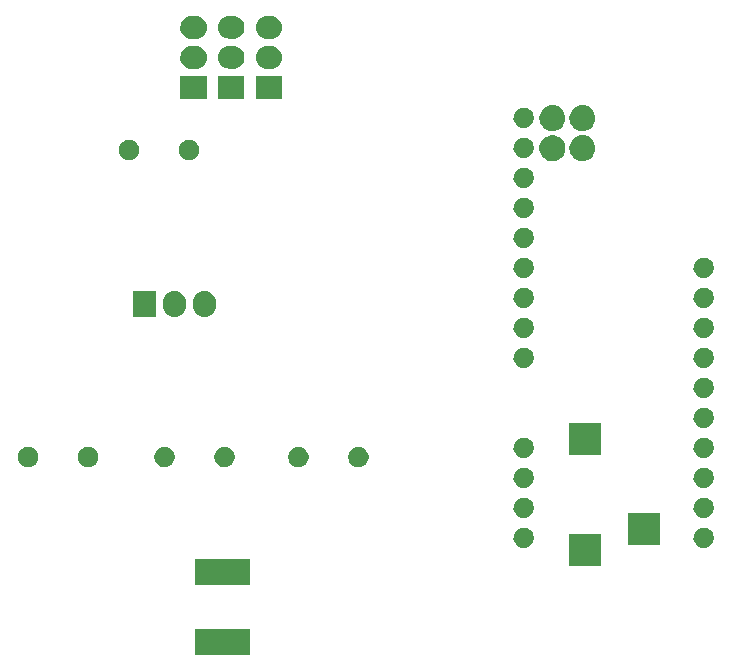
<source format=gts>
G04 #@! TF.FileFunction,Soldermask,Top*
%FSLAX46Y46*%
G04 Gerber Fmt 4.6, Leading zero omitted, Abs format (unit mm)*
G04 Created by KiCad (PCBNEW 4.0.1-stable) date 2016/01/11 12:11:08*
%MOMM*%
G01*
G04 APERTURE LIST*
%ADD10C,0.100000*%
G04 APERTURE END LIST*
D10*
G36*
X117744740Y-135279320D02*
X113044740Y-135279320D01*
X113044740Y-133079320D01*
X117744740Y-133079320D01*
X117744740Y-135279320D01*
X117744740Y-135279320D01*
G37*
G36*
X117744740Y-129279320D02*
X113044740Y-129279320D01*
X113044740Y-127079320D01*
X117744740Y-127079320D01*
X117744740Y-129279320D01*
X117744740Y-129279320D01*
G37*
G36*
X147414600Y-127700600D02*
X144714600Y-127700600D01*
X144714600Y-125000600D01*
X147414600Y-125000600D01*
X147414600Y-127700600D01*
X147414600Y-127700600D01*
G37*
G36*
X156211639Y-124462172D02*
X156377236Y-124496164D01*
X156533071Y-124561672D01*
X156673219Y-124656202D01*
X156792337Y-124776155D01*
X156885888Y-124916959D01*
X156950303Y-125073245D01*
X156983071Y-125238733D01*
X156983071Y-125238743D01*
X156983137Y-125239077D01*
X156980441Y-125432160D01*
X156980365Y-125432494D01*
X156980365Y-125432505D01*
X156942991Y-125597006D01*
X156874233Y-125751439D01*
X156776790Y-125889574D01*
X156654366Y-126006156D01*
X156511639Y-126096734D01*
X156354031Y-126157867D01*
X156187554Y-126187220D01*
X156018544Y-126183681D01*
X155853436Y-126147379D01*
X155698531Y-126079703D01*
X155559713Y-125983222D01*
X155442284Y-125861620D01*
X155350712Y-125719528D01*
X155288481Y-125562352D01*
X155257964Y-125396076D01*
X155260325Y-125227047D01*
X155295471Y-125061697D01*
X155362067Y-124906318D01*
X155457573Y-124766835D01*
X155578354Y-124648557D01*
X155719805Y-124555994D01*
X155876544Y-124492667D01*
X156042593Y-124460992D01*
X156211639Y-124462172D01*
X156211639Y-124462172D01*
G37*
G36*
X140971639Y-124462172D02*
X141137236Y-124496164D01*
X141293071Y-124561672D01*
X141433219Y-124656202D01*
X141552337Y-124776155D01*
X141645888Y-124916959D01*
X141710303Y-125073245D01*
X141743071Y-125238733D01*
X141743071Y-125238743D01*
X141743137Y-125239077D01*
X141740441Y-125432160D01*
X141740365Y-125432494D01*
X141740365Y-125432505D01*
X141702991Y-125597006D01*
X141634233Y-125751439D01*
X141536790Y-125889574D01*
X141414366Y-126006156D01*
X141271639Y-126096734D01*
X141114031Y-126157867D01*
X140947554Y-126187220D01*
X140778544Y-126183681D01*
X140613436Y-126147379D01*
X140458531Y-126079703D01*
X140319713Y-125983222D01*
X140202284Y-125861620D01*
X140110712Y-125719528D01*
X140048481Y-125562352D01*
X140017964Y-125396076D01*
X140020325Y-125227047D01*
X140055471Y-125061697D01*
X140122067Y-124906318D01*
X140217573Y-124766835D01*
X140338354Y-124648557D01*
X140479805Y-124555994D01*
X140636544Y-124492667D01*
X140802593Y-124460992D01*
X140971639Y-124462172D01*
X140971639Y-124462172D01*
G37*
G36*
X152414600Y-125900600D02*
X149714600Y-125900600D01*
X149714600Y-123200600D01*
X152414600Y-123200600D01*
X152414600Y-125900600D01*
X152414600Y-125900600D01*
G37*
G36*
X140971639Y-121922172D02*
X141137236Y-121956164D01*
X141293071Y-122021672D01*
X141433219Y-122116202D01*
X141552337Y-122236155D01*
X141645888Y-122376959D01*
X141710303Y-122533245D01*
X141743071Y-122698733D01*
X141743071Y-122698743D01*
X141743137Y-122699077D01*
X141740441Y-122892160D01*
X141740365Y-122892494D01*
X141740365Y-122892505D01*
X141702991Y-123057006D01*
X141634233Y-123211439D01*
X141536790Y-123349574D01*
X141414366Y-123466156D01*
X141271639Y-123556734D01*
X141114031Y-123617867D01*
X140947554Y-123647220D01*
X140778544Y-123643681D01*
X140613436Y-123607379D01*
X140458531Y-123539703D01*
X140319713Y-123443222D01*
X140202284Y-123321620D01*
X140110712Y-123179528D01*
X140048481Y-123022352D01*
X140017964Y-122856076D01*
X140020325Y-122687047D01*
X140055471Y-122521697D01*
X140122067Y-122366318D01*
X140217573Y-122226835D01*
X140338354Y-122108557D01*
X140479805Y-122015994D01*
X140636544Y-121952667D01*
X140802593Y-121920992D01*
X140971639Y-121922172D01*
X140971639Y-121922172D01*
G37*
G36*
X156211639Y-121922172D02*
X156377236Y-121956164D01*
X156533071Y-122021672D01*
X156673219Y-122116202D01*
X156792337Y-122236155D01*
X156885888Y-122376959D01*
X156950303Y-122533245D01*
X156983071Y-122698733D01*
X156983071Y-122698743D01*
X156983137Y-122699077D01*
X156980441Y-122892160D01*
X156980365Y-122892494D01*
X156980365Y-122892505D01*
X156942991Y-123057006D01*
X156874233Y-123211439D01*
X156776790Y-123349574D01*
X156654366Y-123466156D01*
X156511639Y-123556734D01*
X156354031Y-123617867D01*
X156187554Y-123647220D01*
X156018544Y-123643681D01*
X155853436Y-123607379D01*
X155698531Y-123539703D01*
X155559713Y-123443222D01*
X155442284Y-123321620D01*
X155350712Y-123179528D01*
X155288481Y-123022352D01*
X155257964Y-122856076D01*
X155260325Y-122687047D01*
X155295471Y-122521697D01*
X155362067Y-122366318D01*
X155457573Y-122226835D01*
X155578354Y-122108557D01*
X155719805Y-122015994D01*
X155876544Y-121952667D01*
X156042593Y-121920992D01*
X156211639Y-121922172D01*
X156211639Y-121922172D01*
G37*
G36*
X140971639Y-119382172D02*
X141137236Y-119416164D01*
X141293071Y-119481672D01*
X141433219Y-119576202D01*
X141552337Y-119696155D01*
X141645888Y-119836959D01*
X141710303Y-119993245D01*
X141743071Y-120158733D01*
X141743071Y-120158743D01*
X141743137Y-120159077D01*
X141740441Y-120352160D01*
X141740365Y-120352494D01*
X141740365Y-120352505D01*
X141702991Y-120517006D01*
X141634233Y-120671439D01*
X141536790Y-120809574D01*
X141414366Y-120926156D01*
X141271639Y-121016734D01*
X141114031Y-121077867D01*
X140947554Y-121107220D01*
X140778544Y-121103681D01*
X140613436Y-121067379D01*
X140458531Y-120999703D01*
X140319713Y-120903222D01*
X140202284Y-120781620D01*
X140110712Y-120639528D01*
X140048481Y-120482352D01*
X140017964Y-120316076D01*
X140020325Y-120147047D01*
X140055471Y-119981697D01*
X140122067Y-119826318D01*
X140217573Y-119686835D01*
X140338354Y-119568557D01*
X140479805Y-119475994D01*
X140636544Y-119412667D01*
X140802593Y-119380992D01*
X140971639Y-119382172D01*
X140971639Y-119382172D01*
G37*
G36*
X156211639Y-119382172D02*
X156377236Y-119416164D01*
X156533071Y-119481672D01*
X156673219Y-119576202D01*
X156792337Y-119696155D01*
X156885888Y-119836959D01*
X156950303Y-119993245D01*
X156983071Y-120158733D01*
X156983071Y-120158743D01*
X156983137Y-120159077D01*
X156980441Y-120352160D01*
X156980365Y-120352494D01*
X156980365Y-120352505D01*
X156942991Y-120517006D01*
X156874233Y-120671439D01*
X156776790Y-120809574D01*
X156654366Y-120926156D01*
X156511639Y-121016734D01*
X156354031Y-121077867D01*
X156187554Y-121107220D01*
X156018544Y-121103681D01*
X155853436Y-121067379D01*
X155698531Y-120999703D01*
X155559713Y-120903222D01*
X155442284Y-120781620D01*
X155350712Y-120639528D01*
X155288481Y-120482352D01*
X155257964Y-120316076D01*
X155260325Y-120147047D01*
X155295471Y-119981697D01*
X155362067Y-119826318D01*
X155457573Y-119686835D01*
X155578354Y-119568557D01*
X155719805Y-119475994D01*
X155876544Y-119412667D01*
X156042593Y-119380992D01*
X156211639Y-119382172D01*
X156211639Y-119382172D01*
G37*
G36*
X121896239Y-117629572D02*
X122061836Y-117663564D01*
X122217671Y-117729072D01*
X122357819Y-117823602D01*
X122476937Y-117943555D01*
X122570488Y-118084359D01*
X122634903Y-118240645D01*
X122667671Y-118406133D01*
X122667671Y-118406143D01*
X122667737Y-118406477D01*
X122665041Y-118599560D01*
X122664965Y-118599894D01*
X122664965Y-118599905D01*
X122627591Y-118764406D01*
X122558833Y-118918839D01*
X122461390Y-119056974D01*
X122338966Y-119173556D01*
X122196239Y-119264134D01*
X122038631Y-119325267D01*
X121872154Y-119354620D01*
X121703144Y-119351081D01*
X121538036Y-119314779D01*
X121383131Y-119247103D01*
X121244313Y-119150622D01*
X121126884Y-119029020D01*
X121035312Y-118886928D01*
X120973081Y-118729752D01*
X120942564Y-118563476D01*
X120944925Y-118394447D01*
X120980071Y-118229097D01*
X121046667Y-118073718D01*
X121142173Y-117934235D01*
X121262954Y-117815957D01*
X121404405Y-117723394D01*
X121561144Y-117660067D01*
X121727193Y-117628392D01*
X121896239Y-117629572D01*
X121896239Y-117629572D01*
G37*
G36*
X126976239Y-117629572D02*
X127141836Y-117663564D01*
X127297671Y-117729072D01*
X127437819Y-117823602D01*
X127556937Y-117943555D01*
X127650488Y-118084359D01*
X127714903Y-118240645D01*
X127747671Y-118406133D01*
X127747671Y-118406143D01*
X127747737Y-118406477D01*
X127745041Y-118599560D01*
X127744965Y-118599894D01*
X127744965Y-118599905D01*
X127707591Y-118764406D01*
X127638833Y-118918839D01*
X127541390Y-119056974D01*
X127418966Y-119173556D01*
X127276239Y-119264134D01*
X127118631Y-119325267D01*
X126952154Y-119354620D01*
X126783144Y-119351081D01*
X126618036Y-119314779D01*
X126463131Y-119247103D01*
X126324313Y-119150622D01*
X126206884Y-119029020D01*
X126115312Y-118886928D01*
X126053081Y-118729752D01*
X126022564Y-118563476D01*
X126024925Y-118394447D01*
X126060071Y-118229097D01*
X126126667Y-118073718D01*
X126222173Y-117934235D01*
X126342954Y-117815957D01*
X126484405Y-117723394D01*
X126641144Y-117660067D01*
X126807193Y-117628392D01*
X126976239Y-117629572D01*
X126976239Y-117629572D01*
G37*
G36*
X115647839Y-117616872D02*
X115813436Y-117650864D01*
X115969271Y-117716372D01*
X116109419Y-117810902D01*
X116228537Y-117930855D01*
X116322088Y-118071659D01*
X116386503Y-118227945D01*
X116419271Y-118393433D01*
X116419271Y-118393443D01*
X116419337Y-118393777D01*
X116416641Y-118586860D01*
X116416565Y-118587194D01*
X116416565Y-118587205D01*
X116379191Y-118751706D01*
X116310433Y-118906139D01*
X116212990Y-119044274D01*
X116090566Y-119160856D01*
X115947839Y-119251434D01*
X115790231Y-119312567D01*
X115623754Y-119341920D01*
X115454744Y-119338381D01*
X115289636Y-119302079D01*
X115134731Y-119234403D01*
X114995913Y-119137922D01*
X114878484Y-119016320D01*
X114786912Y-118874228D01*
X114724681Y-118717052D01*
X114694164Y-118550776D01*
X114696525Y-118381747D01*
X114731671Y-118216397D01*
X114798267Y-118061018D01*
X114893773Y-117921535D01*
X115014554Y-117803257D01*
X115156005Y-117710694D01*
X115312744Y-117647367D01*
X115478793Y-117615692D01*
X115647839Y-117616872D01*
X115647839Y-117616872D01*
G37*
G36*
X110567839Y-117616872D02*
X110733436Y-117650864D01*
X110889271Y-117716372D01*
X111029419Y-117810902D01*
X111148537Y-117930855D01*
X111242088Y-118071659D01*
X111306503Y-118227945D01*
X111339271Y-118393433D01*
X111339271Y-118393443D01*
X111339337Y-118393777D01*
X111336641Y-118586860D01*
X111336565Y-118587194D01*
X111336565Y-118587205D01*
X111299191Y-118751706D01*
X111230433Y-118906139D01*
X111132990Y-119044274D01*
X111010566Y-119160856D01*
X110867839Y-119251434D01*
X110710231Y-119312567D01*
X110543754Y-119341920D01*
X110374744Y-119338381D01*
X110209636Y-119302079D01*
X110054731Y-119234403D01*
X109915913Y-119137922D01*
X109798484Y-119016320D01*
X109706912Y-118874228D01*
X109644681Y-118717052D01*
X109614164Y-118550776D01*
X109616525Y-118381747D01*
X109651671Y-118216397D01*
X109718267Y-118061018D01*
X109813773Y-117921535D01*
X109934554Y-117803257D01*
X110076005Y-117710694D01*
X110232744Y-117647367D01*
X110398793Y-117615692D01*
X110567839Y-117616872D01*
X110567839Y-117616872D01*
G37*
G36*
X99023539Y-117616872D02*
X99189136Y-117650864D01*
X99344971Y-117716372D01*
X99485119Y-117810902D01*
X99604237Y-117930855D01*
X99697788Y-118071659D01*
X99762203Y-118227945D01*
X99794971Y-118393433D01*
X99794971Y-118393443D01*
X99795037Y-118393777D01*
X99792341Y-118586860D01*
X99792265Y-118587194D01*
X99792265Y-118587205D01*
X99754891Y-118751706D01*
X99686133Y-118906139D01*
X99588690Y-119044274D01*
X99466266Y-119160856D01*
X99323539Y-119251434D01*
X99165931Y-119312567D01*
X98999454Y-119341920D01*
X98830444Y-119338381D01*
X98665336Y-119302079D01*
X98510431Y-119234403D01*
X98371613Y-119137922D01*
X98254184Y-119016320D01*
X98162612Y-118874228D01*
X98100381Y-118717052D01*
X98069864Y-118550776D01*
X98072225Y-118381747D01*
X98107371Y-118216397D01*
X98173967Y-118061018D01*
X98269473Y-117921535D01*
X98390254Y-117803257D01*
X98531705Y-117710694D01*
X98688444Y-117647367D01*
X98854493Y-117615692D01*
X99023539Y-117616872D01*
X99023539Y-117616872D01*
G37*
G36*
X104103539Y-117616872D02*
X104269136Y-117650864D01*
X104424971Y-117716372D01*
X104565119Y-117810902D01*
X104684237Y-117930855D01*
X104777788Y-118071659D01*
X104842203Y-118227945D01*
X104874971Y-118393433D01*
X104874971Y-118393443D01*
X104875037Y-118393777D01*
X104872341Y-118586860D01*
X104872265Y-118587194D01*
X104872265Y-118587205D01*
X104834891Y-118751706D01*
X104766133Y-118906139D01*
X104668690Y-119044274D01*
X104546266Y-119160856D01*
X104403539Y-119251434D01*
X104245931Y-119312567D01*
X104079454Y-119341920D01*
X103910444Y-119338381D01*
X103745336Y-119302079D01*
X103590431Y-119234403D01*
X103451613Y-119137922D01*
X103334184Y-119016320D01*
X103242612Y-118874228D01*
X103180381Y-118717052D01*
X103149864Y-118550776D01*
X103152225Y-118381747D01*
X103187371Y-118216397D01*
X103253967Y-118061018D01*
X103349473Y-117921535D01*
X103470254Y-117803257D01*
X103611705Y-117710694D01*
X103768444Y-117647367D01*
X103934493Y-117615692D01*
X104103539Y-117616872D01*
X104103539Y-117616872D01*
G37*
G36*
X140971639Y-116842172D02*
X141137236Y-116876164D01*
X141293071Y-116941672D01*
X141433219Y-117036202D01*
X141552337Y-117156155D01*
X141645888Y-117296959D01*
X141710303Y-117453245D01*
X141743071Y-117618733D01*
X141743071Y-117618743D01*
X141743137Y-117619077D01*
X141740441Y-117812160D01*
X141740365Y-117812494D01*
X141740365Y-117812505D01*
X141702991Y-117977006D01*
X141634233Y-118131439D01*
X141536790Y-118269574D01*
X141414366Y-118386156D01*
X141271639Y-118476734D01*
X141114031Y-118537867D01*
X140947554Y-118567220D01*
X140778544Y-118563681D01*
X140613436Y-118527379D01*
X140458531Y-118459703D01*
X140319713Y-118363222D01*
X140202284Y-118241620D01*
X140110712Y-118099528D01*
X140048481Y-117942352D01*
X140017964Y-117776076D01*
X140020325Y-117607047D01*
X140055471Y-117441697D01*
X140122067Y-117286318D01*
X140217573Y-117146835D01*
X140338354Y-117028557D01*
X140479805Y-116935994D01*
X140636544Y-116872667D01*
X140802593Y-116840992D01*
X140971639Y-116842172D01*
X140971639Y-116842172D01*
G37*
G36*
X156211639Y-116842172D02*
X156377236Y-116876164D01*
X156533071Y-116941672D01*
X156673219Y-117036202D01*
X156792337Y-117156155D01*
X156885888Y-117296959D01*
X156950303Y-117453245D01*
X156983071Y-117618733D01*
X156983071Y-117618743D01*
X156983137Y-117619077D01*
X156980441Y-117812160D01*
X156980365Y-117812494D01*
X156980365Y-117812505D01*
X156942991Y-117977006D01*
X156874233Y-118131439D01*
X156776790Y-118269574D01*
X156654366Y-118386156D01*
X156511639Y-118476734D01*
X156354031Y-118537867D01*
X156187554Y-118567220D01*
X156018544Y-118563681D01*
X155853436Y-118527379D01*
X155698531Y-118459703D01*
X155559713Y-118363222D01*
X155442284Y-118241620D01*
X155350712Y-118099528D01*
X155288481Y-117942352D01*
X155257964Y-117776076D01*
X155260325Y-117607047D01*
X155295471Y-117441697D01*
X155362067Y-117286318D01*
X155457573Y-117146835D01*
X155578354Y-117028557D01*
X155719805Y-116935994D01*
X155876544Y-116872667D01*
X156042593Y-116840992D01*
X156211639Y-116842172D01*
X156211639Y-116842172D01*
G37*
G36*
X147414600Y-118300600D02*
X144714600Y-118300600D01*
X144714600Y-115600600D01*
X147414600Y-115600600D01*
X147414600Y-118300600D01*
X147414600Y-118300600D01*
G37*
G36*
X156211639Y-114302172D02*
X156377236Y-114336164D01*
X156533071Y-114401672D01*
X156673219Y-114496202D01*
X156792337Y-114616155D01*
X156885888Y-114756959D01*
X156950303Y-114913245D01*
X156983071Y-115078733D01*
X156983071Y-115078743D01*
X156983137Y-115079077D01*
X156980441Y-115272160D01*
X156980365Y-115272494D01*
X156980365Y-115272505D01*
X156942991Y-115437006D01*
X156874233Y-115591439D01*
X156776790Y-115729574D01*
X156654366Y-115846156D01*
X156511639Y-115936734D01*
X156354031Y-115997867D01*
X156187554Y-116027220D01*
X156018544Y-116023681D01*
X155853436Y-115987379D01*
X155698531Y-115919703D01*
X155559713Y-115823222D01*
X155442284Y-115701620D01*
X155350712Y-115559528D01*
X155288481Y-115402352D01*
X155257964Y-115236076D01*
X155260325Y-115067047D01*
X155295471Y-114901697D01*
X155362067Y-114746318D01*
X155457573Y-114606835D01*
X155578354Y-114488557D01*
X155719805Y-114395994D01*
X155876544Y-114332667D01*
X156042593Y-114300992D01*
X156211639Y-114302172D01*
X156211639Y-114302172D01*
G37*
G36*
X156211639Y-111762172D02*
X156377236Y-111796164D01*
X156533071Y-111861672D01*
X156673219Y-111956202D01*
X156792337Y-112076155D01*
X156885888Y-112216959D01*
X156950303Y-112373245D01*
X156983071Y-112538733D01*
X156983071Y-112538743D01*
X156983137Y-112539077D01*
X156980441Y-112732160D01*
X156980365Y-112732494D01*
X156980365Y-112732505D01*
X156942991Y-112897006D01*
X156874233Y-113051439D01*
X156776790Y-113189574D01*
X156654366Y-113306156D01*
X156511639Y-113396734D01*
X156354031Y-113457867D01*
X156187554Y-113487220D01*
X156018544Y-113483681D01*
X155853436Y-113447379D01*
X155698531Y-113379703D01*
X155559713Y-113283222D01*
X155442284Y-113161620D01*
X155350712Y-113019528D01*
X155288481Y-112862352D01*
X155257964Y-112696076D01*
X155260325Y-112527047D01*
X155295471Y-112361697D01*
X155362067Y-112206318D01*
X155457573Y-112066835D01*
X155578354Y-111948557D01*
X155719805Y-111855994D01*
X155876544Y-111792667D01*
X156042593Y-111760992D01*
X156211639Y-111762172D01*
X156211639Y-111762172D01*
G37*
G36*
X140971639Y-109222172D02*
X141137236Y-109256164D01*
X141293071Y-109321672D01*
X141433219Y-109416202D01*
X141552337Y-109536155D01*
X141645888Y-109676959D01*
X141710303Y-109833245D01*
X141743071Y-109998733D01*
X141743071Y-109998743D01*
X141743137Y-109999077D01*
X141740441Y-110192160D01*
X141740365Y-110192494D01*
X141740365Y-110192505D01*
X141702991Y-110357006D01*
X141634233Y-110511439D01*
X141536790Y-110649574D01*
X141414366Y-110766156D01*
X141271639Y-110856734D01*
X141114031Y-110917867D01*
X140947554Y-110947220D01*
X140778544Y-110943681D01*
X140613436Y-110907379D01*
X140458531Y-110839703D01*
X140319713Y-110743222D01*
X140202284Y-110621620D01*
X140110712Y-110479528D01*
X140048481Y-110322352D01*
X140017964Y-110156076D01*
X140020325Y-109987047D01*
X140055471Y-109821697D01*
X140122067Y-109666318D01*
X140217573Y-109526835D01*
X140338354Y-109408557D01*
X140479805Y-109315994D01*
X140636544Y-109252667D01*
X140802593Y-109220992D01*
X140971639Y-109222172D01*
X140971639Y-109222172D01*
G37*
G36*
X156211639Y-109222172D02*
X156377236Y-109256164D01*
X156533071Y-109321672D01*
X156673219Y-109416202D01*
X156792337Y-109536155D01*
X156885888Y-109676959D01*
X156950303Y-109833245D01*
X156983071Y-109998733D01*
X156983071Y-109998743D01*
X156983137Y-109999077D01*
X156980441Y-110192160D01*
X156980365Y-110192494D01*
X156980365Y-110192505D01*
X156942991Y-110357006D01*
X156874233Y-110511439D01*
X156776790Y-110649574D01*
X156654366Y-110766156D01*
X156511639Y-110856734D01*
X156354031Y-110917867D01*
X156187554Y-110947220D01*
X156018544Y-110943681D01*
X155853436Y-110907379D01*
X155698531Y-110839703D01*
X155559713Y-110743222D01*
X155442284Y-110621620D01*
X155350712Y-110479528D01*
X155288481Y-110322352D01*
X155257964Y-110156076D01*
X155260325Y-109987047D01*
X155295471Y-109821697D01*
X155362067Y-109666318D01*
X155457573Y-109526835D01*
X155578354Y-109408557D01*
X155719805Y-109315994D01*
X155876544Y-109252667D01*
X156042593Y-109220992D01*
X156211639Y-109222172D01*
X156211639Y-109222172D01*
G37*
G36*
X140971639Y-106682172D02*
X141137236Y-106716164D01*
X141293071Y-106781672D01*
X141433219Y-106876202D01*
X141552337Y-106996155D01*
X141645888Y-107136959D01*
X141710303Y-107293245D01*
X141743071Y-107458733D01*
X141743071Y-107458743D01*
X141743137Y-107459077D01*
X141740441Y-107652160D01*
X141740365Y-107652494D01*
X141740365Y-107652505D01*
X141702991Y-107817006D01*
X141634233Y-107971439D01*
X141536790Y-108109574D01*
X141414366Y-108226156D01*
X141271639Y-108316734D01*
X141114031Y-108377867D01*
X140947554Y-108407220D01*
X140778544Y-108403681D01*
X140613436Y-108367379D01*
X140458531Y-108299703D01*
X140319713Y-108203222D01*
X140202284Y-108081620D01*
X140110712Y-107939528D01*
X140048481Y-107782352D01*
X140017964Y-107616076D01*
X140020325Y-107447047D01*
X140055471Y-107281697D01*
X140122067Y-107126318D01*
X140217573Y-106986835D01*
X140338354Y-106868557D01*
X140479805Y-106775994D01*
X140636544Y-106712667D01*
X140802593Y-106680992D01*
X140971639Y-106682172D01*
X140971639Y-106682172D01*
G37*
G36*
X156211639Y-106682172D02*
X156377236Y-106716164D01*
X156533071Y-106781672D01*
X156673219Y-106876202D01*
X156792337Y-106996155D01*
X156885888Y-107136959D01*
X156950303Y-107293245D01*
X156983071Y-107458733D01*
X156983071Y-107458743D01*
X156983137Y-107459077D01*
X156980441Y-107652160D01*
X156980365Y-107652494D01*
X156980365Y-107652505D01*
X156942991Y-107817006D01*
X156874233Y-107971439D01*
X156776790Y-108109574D01*
X156654366Y-108226156D01*
X156511639Y-108316734D01*
X156354031Y-108377867D01*
X156187554Y-108407220D01*
X156018544Y-108403681D01*
X155853436Y-108367379D01*
X155698531Y-108299703D01*
X155559713Y-108203222D01*
X155442284Y-108081620D01*
X155350712Y-107939528D01*
X155288481Y-107782352D01*
X155257964Y-107616076D01*
X155260325Y-107447047D01*
X155295471Y-107281697D01*
X155362067Y-107126318D01*
X155457573Y-106986835D01*
X155578354Y-106868557D01*
X155719805Y-106775994D01*
X155876544Y-106712667D01*
X156042593Y-106680992D01*
X156211639Y-106682172D01*
X156211639Y-106682172D01*
G37*
G36*
X111504130Y-104420034D02*
X111504139Y-104420037D01*
X111504179Y-104420041D01*
X111683830Y-104475653D01*
X111849258Y-104565099D01*
X111994162Y-104684974D01*
X112113023Y-104830712D01*
X112201313Y-104996761D01*
X112255668Y-105176796D01*
X112274020Y-105363960D01*
X112274020Y-105679560D01*
X112273926Y-105693014D01*
X112252963Y-105879904D01*
X112196099Y-106059162D01*
X112105499Y-106223962D01*
X111984616Y-106368026D01*
X111838052Y-106485866D01*
X111671391Y-106572994D01*
X111490981Y-106626092D01*
X111490942Y-106626096D01*
X111490934Y-106626098D01*
X111303695Y-106643139D01*
X111116710Y-106623486D01*
X111116701Y-106623483D01*
X111116661Y-106623479D01*
X110937010Y-106567867D01*
X110771582Y-106478421D01*
X110626678Y-106358546D01*
X110507817Y-106212808D01*
X110419527Y-106046759D01*
X110365172Y-105866724D01*
X110346820Y-105679560D01*
X110346820Y-105363960D01*
X110346914Y-105350506D01*
X110367877Y-105163616D01*
X110424741Y-104984358D01*
X110515341Y-104819558D01*
X110636224Y-104675494D01*
X110782788Y-104557654D01*
X110949449Y-104470526D01*
X111129859Y-104417428D01*
X111129898Y-104417424D01*
X111129906Y-104417422D01*
X111317145Y-104400381D01*
X111504130Y-104420034D01*
X111504130Y-104420034D01*
G37*
G36*
X114044130Y-104420034D02*
X114044139Y-104420037D01*
X114044179Y-104420041D01*
X114223830Y-104475653D01*
X114389258Y-104565099D01*
X114534162Y-104684974D01*
X114653023Y-104830712D01*
X114741313Y-104996761D01*
X114795668Y-105176796D01*
X114814020Y-105363960D01*
X114814020Y-105679560D01*
X114813926Y-105693014D01*
X114792963Y-105879904D01*
X114736099Y-106059162D01*
X114645499Y-106223962D01*
X114524616Y-106368026D01*
X114378052Y-106485866D01*
X114211391Y-106572994D01*
X114030981Y-106626092D01*
X114030942Y-106626096D01*
X114030934Y-106626098D01*
X113843695Y-106643139D01*
X113656710Y-106623486D01*
X113656701Y-106623483D01*
X113656661Y-106623479D01*
X113477010Y-106567867D01*
X113311582Y-106478421D01*
X113166678Y-106358546D01*
X113047817Y-106212808D01*
X112959527Y-106046759D01*
X112905172Y-105866724D01*
X112886820Y-105679560D01*
X112886820Y-105363960D01*
X112886914Y-105350506D01*
X112907877Y-105163616D01*
X112964741Y-104984358D01*
X113055341Y-104819558D01*
X113176224Y-104675494D01*
X113322788Y-104557654D01*
X113489449Y-104470526D01*
X113669859Y-104417428D01*
X113669898Y-104417424D01*
X113669906Y-104417422D01*
X113857145Y-104400381D01*
X114044130Y-104420034D01*
X114044130Y-104420034D01*
G37*
G36*
X109734020Y-106637760D02*
X107806820Y-106637760D01*
X107806820Y-104405760D01*
X109734020Y-104405760D01*
X109734020Y-106637760D01*
X109734020Y-106637760D01*
G37*
G36*
X140971639Y-104142172D02*
X141137236Y-104176164D01*
X141293071Y-104241672D01*
X141433219Y-104336202D01*
X141552337Y-104456155D01*
X141645888Y-104596959D01*
X141710303Y-104753245D01*
X141743071Y-104918733D01*
X141743071Y-104918743D01*
X141743137Y-104919077D01*
X141740441Y-105112160D01*
X141740365Y-105112494D01*
X141740365Y-105112505D01*
X141702991Y-105277006D01*
X141634233Y-105431439D01*
X141536790Y-105569574D01*
X141414366Y-105686156D01*
X141271639Y-105776734D01*
X141114031Y-105837867D01*
X140947554Y-105867220D01*
X140778544Y-105863681D01*
X140613436Y-105827379D01*
X140458531Y-105759703D01*
X140319713Y-105663222D01*
X140202284Y-105541620D01*
X140110712Y-105399528D01*
X140048481Y-105242352D01*
X140017964Y-105076076D01*
X140020325Y-104907047D01*
X140055471Y-104741697D01*
X140122067Y-104586318D01*
X140217573Y-104446835D01*
X140338354Y-104328557D01*
X140479805Y-104235994D01*
X140636544Y-104172667D01*
X140802593Y-104140992D01*
X140971639Y-104142172D01*
X140971639Y-104142172D01*
G37*
G36*
X156211639Y-104142172D02*
X156377236Y-104176164D01*
X156533071Y-104241672D01*
X156673219Y-104336202D01*
X156792337Y-104456155D01*
X156885888Y-104596959D01*
X156950303Y-104753245D01*
X156983071Y-104918733D01*
X156983071Y-104918743D01*
X156983137Y-104919077D01*
X156980441Y-105112160D01*
X156980365Y-105112494D01*
X156980365Y-105112505D01*
X156942991Y-105277006D01*
X156874233Y-105431439D01*
X156776790Y-105569574D01*
X156654366Y-105686156D01*
X156511639Y-105776734D01*
X156354031Y-105837867D01*
X156187554Y-105867220D01*
X156018544Y-105863681D01*
X155853436Y-105827379D01*
X155698531Y-105759703D01*
X155559713Y-105663222D01*
X155442284Y-105541620D01*
X155350712Y-105399528D01*
X155288481Y-105242352D01*
X155257964Y-105076076D01*
X155260325Y-104907047D01*
X155295471Y-104741697D01*
X155362067Y-104586318D01*
X155457573Y-104446835D01*
X155578354Y-104328557D01*
X155719805Y-104235994D01*
X155876544Y-104172667D01*
X156042593Y-104140992D01*
X156211639Y-104142172D01*
X156211639Y-104142172D01*
G37*
G36*
X140971639Y-101602172D02*
X141137236Y-101636164D01*
X141293071Y-101701672D01*
X141433219Y-101796202D01*
X141552337Y-101916155D01*
X141645888Y-102056959D01*
X141710303Y-102213245D01*
X141743071Y-102378733D01*
X141743071Y-102378743D01*
X141743137Y-102379077D01*
X141740441Y-102572160D01*
X141740365Y-102572494D01*
X141740365Y-102572505D01*
X141702991Y-102737006D01*
X141634233Y-102891439D01*
X141536790Y-103029574D01*
X141414366Y-103146156D01*
X141271639Y-103236734D01*
X141114031Y-103297867D01*
X140947554Y-103327220D01*
X140778544Y-103323681D01*
X140613436Y-103287379D01*
X140458531Y-103219703D01*
X140319713Y-103123222D01*
X140202284Y-103001620D01*
X140110712Y-102859528D01*
X140048481Y-102702352D01*
X140017964Y-102536076D01*
X140020325Y-102367047D01*
X140055471Y-102201697D01*
X140122067Y-102046318D01*
X140217573Y-101906835D01*
X140338354Y-101788557D01*
X140479805Y-101695994D01*
X140636544Y-101632667D01*
X140802593Y-101600992D01*
X140971639Y-101602172D01*
X140971639Y-101602172D01*
G37*
G36*
X156211639Y-101602172D02*
X156377236Y-101636164D01*
X156533071Y-101701672D01*
X156673219Y-101796202D01*
X156792337Y-101916155D01*
X156885888Y-102056959D01*
X156950303Y-102213245D01*
X156983071Y-102378733D01*
X156983071Y-102378743D01*
X156983137Y-102379077D01*
X156980441Y-102572160D01*
X156980365Y-102572494D01*
X156980365Y-102572505D01*
X156942991Y-102737006D01*
X156874233Y-102891439D01*
X156776790Y-103029574D01*
X156654366Y-103146156D01*
X156511639Y-103236734D01*
X156354031Y-103297867D01*
X156187554Y-103327220D01*
X156018544Y-103323681D01*
X155853436Y-103287379D01*
X155698531Y-103219703D01*
X155559713Y-103123222D01*
X155442284Y-103001620D01*
X155350712Y-102859528D01*
X155288481Y-102702352D01*
X155257964Y-102536076D01*
X155260325Y-102367047D01*
X155295471Y-102201697D01*
X155362067Y-102046318D01*
X155457573Y-101906835D01*
X155578354Y-101788557D01*
X155719805Y-101695994D01*
X155876544Y-101632667D01*
X156042593Y-101600992D01*
X156211639Y-101602172D01*
X156211639Y-101602172D01*
G37*
G36*
X140971639Y-99062172D02*
X141137236Y-99096164D01*
X141293071Y-99161672D01*
X141433219Y-99256202D01*
X141552337Y-99376155D01*
X141645888Y-99516959D01*
X141710303Y-99673245D01*
X141743071Y-99838733D01*
X141743071Y-99838743D01*
X141743137Y-99839077D01*
X141740441Y-100032160D01*
X141740365Y-100032494D01*
X141740365Y-100032505D01*
X141702991Y-100197006D01*
X141634233Y-100351439D01*
X141536790Y-100489574D01*
X141414366Y-100606156D01*
X141271639Y-100696734D01*
X141114031Y-100757867D01*
X140947554Y-100787220D01*
X140778544Y-100783681D01*
X140613436Y-100747379D01*
X140458531Y-100679703D01*
X140319713Y-100583222D01*
X140202284Y-100461620D01*
X140110712Y-100319528D01*
X140048481Y-100162352D01*
X140017964Y-99996076D01*
X140020325Y-99827047D01*
X140055471Y-99661697D01*
X140122067Y-99506318D01*
X140217573Y-99366835D01*
X140338354Y-99248557D01*
X140479805Y-99155994D01*
X140636544Y-99092667D01*
X140802593Y-99060992D01*
X140971639Y-99062172D01*
X140971639Y-99062172D01*
G37*
G36*
X140971639Y-96522172D02*
X141137236Y-96556164D01*
X141293071Y-96621672D01*
X141433219Y-96716202D01*
X141552337Y-96836155D01*
X141645888Y-96976959D01*
X141710303Y-97133245D01*
X141743071Y-97298733D01*
X141743071Y-97298743D01*
X141743137Y-97299077D01*
X141740441Y-97492160D01*
X141740365Y-97492494D01*
X141740365Y-97492505D01*
X141702991Y-97657006D01*
X141634233Y-97811439D01*
X141536790Y-97949574D01*
X141414366Y-98066156D01*
X141271639Y-98156734D01*
X141114031Y-98217867D01*
X140947554Y-98247220D01*
X140778544Y-98243681D01*
X140613436Y-98207379D01*
X140458531Y-98139703D01*
X140319713Y-98043222D01*
X140202284Y-97921620D01*
X140110712Y-97779528D01*
X140048481Y-97622352D01*
X140017964Y-97456076D01*
X140020325Y-97287047D01*
X140055471Y-97121697D01*
X140122067Y-96966318D01*
X140217573Y-96826835D01*
X140338354Y-96708557D01*
X140479805Y-96615994D01*
X140636544Y-96552667D01*
X140802593Y-96520992D01*
X140971639Y-96522172D01*
X140971639Y-96522172D01*
G37*
G36*
X140971639Y-93982172D02*
X141137236Y-94016164D01*
X141293071Y-94081672D01*
X141433219Y-94176202D01*
X141552337Y-94296155D01*
X141645888Y-94436959D01*
X141710303Y-94593245D01*
X141743071Y-94758733D01*
X141743071Y-94758743D01*
X141743137Y-94759077D01*
X141740441Y-94952160D01*
X141740365Y-94952494D01*
X141740365Y-94952505D01*
X141702991Y-95117006D01*
X141634233Y-95271439D01*
X141536790Y-95409574D01*
X141414366Y-95526156D01*
X141271639Y-95616734D01*
X141114031Y-95677867D01*
X140947554Y-95707220D01*
X140778544Y-95703681D01*
X140613436Y-95667379D01*
X140458531Y-95599703D01*
X140319713Y-95503222D01*
X140202284Y-95381620D01*
X140110712Y-95239528D01*
X140048481Y-95082352D01*
X140017964Y-94916076D01*
X140020325Y-94747047D01*
X140055471Y-94581697D01*
X140122067Y-94426318D01*
X140217573Y-94286835D01*
X140338354Y-94168557D01*
X140479805Y-94075994D01*
X140636544Y-94012667D01*
X140802593Y-93980992D01*
X140971639Y-93982172D01*
X140971639Y-93982172D01*
G37*
G36*
X146080637Y-91246137D02*
X146080651Y-91246141D01*
X146080686Y-91246145D01*
X146285767Y-91309629D01*
X146474612Y-91411737D01*
X146640028Y-91548580D01*
X146775713Y-91714947D01*
X146876501Y-91904501D01*
X146938551Y-92110020D01*
X146959500Y-92323678D01*
X146959500Y-92334322D01*
X146959393Y-92349680D01*
X146935462Y-92563025D01*
X146870549Y-92767658D01*
X146767125Y-92955786D01*
X146629130Y-93120242D01*
X146461820Y-93254763D01*
X146271567Y-93354224D01*
X146065619Y-93414838D01*
X146065587Y-93414841D01*
X146065573Y-93414845D01*
X145851823Y-93434298D01*
X145638363Y-93411863D01*
X145638349Y-93411859D01*
X145638314Y-93411855D01*
X145433233Y-93348371D01*
X145244388Y-93246263D01*
X145078972Y-93109420D01*
X144943287Y-92943053D01*
X144842499Y-92753499D01*
X144780449Y-92547980D01*
X144759500Y-92334322D01*
X144759500Y-92323678D01*
X144759607Y-92308320D01*
X144783538Y-92094975D01*
X144848451Y-91890342D01*
X144951875Y-91702214D01*
X145089870Y-91537758D01*
X145257180Y-91403237D01*
X145447433Y-91303776D01*
X145653381Y-91243162D01*
X145653413Y-91243159D01*
X145653427Y-91243155D01*
X145867177Y-91223702D01*
X146080637Y-91246137D01*
X146080637Y-91246137D01*
G37*
G36*
X143435037Y-91229731D02*
X143646355Y-91273109D01*
X143845217Y-91356703D01*
X144024059Y-91477333D01*
X144176068Y-91630407D01*
X144295442Y-91810081D01*
X144377648Y-92009524D01*
X144419481Y-92220796D01*
X144419481Y-92220805D01*
X144419547Y-92221139D01*
X144416106Y-92467534D01*
X144416030Y-92467868D01*
X144416030Y-92467880D01*
X144368317Y-92677893D01*
X144280574Y-92874965D01*
X144156226Y-93051240D01*
X144000002Y-93200010D01*
X143817867Y-93315596D01*
X143616743Y-93393608D01*
X143404302Y-93431066D01*
X143188628Y-93426549D01*
X142977934Y-93380225D01*
X142780256Y-93293861D01*
X142603118Y-93170747D01*
X142453263Y-93015567D01*
X142336407Y-92834244D01*
X142256995Y-92633671D01*
X142218052Y-92421488D01*
X142221065Y-92205789D01*
X142265914Y-91994786D01*
X142350898Y-91796506D01*
X142472773Y-91618512D01*
X142626901Y-91467577D01*
X142807408Y-91349457D01*
X143007421Y-91268646D01*
X143219318Y-91228225D01*
X143435037Y-91229731D01*
X143435037Y-91229731D01*
G37*
G36*
X107570639Y-91632672D02*
X107736236Y-91666664D01*
X107892071Y-91732172D01*
X108032219Y-91826702D01*
X108151337Y-91946655D01*
X108244888Y-92087459D01*
X108309303Y-92243745D01*
X108342071Y-92409233D01*
X108342071Y-92409243D01*
X108342137Y-92409577D01*
X108339441Y-92602660D01*
X108339365Y-92602994D01*
X108339365Y-92603005D01*
X108301991Y-92767506D01*
X108233233Y-92921939D01*
X108135790Y-93060074D01*
X108013366Y-93176656D01*
X107870639Y-93267234D01*
X107713031Y-93328367D01*
X107546554Y-93357720D01*
X107377544Y-93354181D01*
X107212436Y-93317879D01*
X107057531Y-93250203D01*
X106918713Y-93153722D01*
X106801284Y-93032120D01*
X106709712Y-92890028D01*
X106647481Y-92732852D01*
X106616964Y-92566576D01*
X106619325Y-92397547D01*
X106654471Y-92232197D01*
X106721067Y-92076818D01*
X106816573Y-91937335D01*
X106937354Y-91819057D01*
X107078805Y-91726494D01*
X107235544Y-91663167D01*
X107401593Y-91631492D01*
X107570639Y-91632672D01*
X107570639Y-91632672D01*
G37*
G36*
X112650639Y-91632672D02*
X112816236Y-91666664D01*
X112972071Y-91732172D01*
X113112219Y-91826702D01*
X113231337Y-91946655D01*
X113324888Y-92087459D01*
X113389303Y-92243745D01*
X113422071Y-92409233D01*
X113422071Y-92409243D01*
X113422137Y-92409577D01*
X113419441Y-92602660D01*
X113419365Y-92602994D01*
X113419365Y-92603005D01*
X113381991Y-92767506D01*
X113313233Y-92921939D01*
X113215790Y-93060074D01*
X113093366Y-93176656D01*
X112950639Y-93267234D01*
X112793031Y-93328367D01*
X112626554Y-93357720D01*
X112457544Y-93354181D01*
X112292436Y-93317879D01*
X112137531Y-93250203D01*
X111998713Y-93153722D01*
X111881284Y-93032120D01*
X111789712Y-92890028D01*
X111727481Y-92732852D01*
X111696964Y-92566576D01*
X111699325Y-92397547D01*
X111734471Y-92232197D01*
X111801067Y-92076818D01*
X111896573Y-91937335D01*
X112017354Y-91819057D01*
X112158805Y-91726494D01*
X112315544Y-91663167D01*
X112481593Y-91631492D01*
X112650639Y-91632672D01*
X112650639Y-91632672D01*
G37*
G36*
X140971639Y-91442172D02*
X141137236Y-91476164D01*
X141293071Y-91541672D01*
X141433219Y-91636202D01*
X141552337Y-91756155D01*
X141645888Y-91896959D01*
X141710303Y-92053245D01*
X141743071Y-92218733D01*
X141743071Y-92218743D01*
X141743137Y-92219077D01*
X141740441Y-92412160D01*
X141740365Y-92412494D01*
X141740365Y-92412505D01*
X141702991Y-92577006D01*
X141634233Y-92731439D01*
X141536790Y-92869574D01*
X141414366Y-92986156D01*
X141271639Y-93076734D01*
X141114031Y-93137867D01*
X140947554Y-93167220D01*
X140778544Y-93163681D01*
X140613436Y-93127379D01*
X140458531Y-93059703D01*
X140319713Y-92963222D01*
X140202284Y-92841620D01*
X140110712Y-92699528D01*
X140048481Y-92542352D01*
X140017964Y-92376076D01*
X140020325Y-92207047D01*
X140055471Y-92041697D01*
X140122067Y-91886318D01*
X140217573Y-91746835D01*
X140338354Y-91628557D01*
X140479805Y-91535994D01*
X140636544Y-91472667D01*
X140802593Y-91440992D01*
X140971639Y-91442172D01*
X140971639Y-91442172D01*
G37*
G36*
X143540637Y-88706137D02*
X143540651Y-88706141D01*
X143540686Y-88706145D01*
X143745767Y-88769629D01*
X143934612Y-88871737D01*
X144100028Y-89008580D01*
X144235713Y-89174947D01*
X144336501Y-89364501D01*
X144398551Y-89570020D01*
X144419500Y-89783678D01*
X144419500Y-89794322D01*
X144419393Y-89809680D01*
X144395462Y-90023025D01*
X144330549Y-90227658D01*
X144227125Y-90415786D01*
X144089130Y-90580242D01*
X143921820Y-90714763D01*
X143731567Y-90814224D01*
X143525619Y-90874838D01*
X143525587Y-90874841D01*
X143525573Y-90874845D01*
X143311823Y-90894298D01*
X143098363Y-90871863D01*
X143098349Y-90871859D01*
X143098314Y-90871855D01*
X142893233Y-90808371D01*
X142704388Y-90706263D01*
X142538972Y-90569420D01*
X142403287Y-90403053D01*
X142302499Y-90213499D01*
X142240449Y-90007980D01*
X142219500Y-89794322D01*
X142219500Y-89783678D01*
X142219607Y-89768320D01*
X142243538Y-89554975D01*
X142308451Y-89350342D01*
X142411875Y-89162214D01*
X142549870Y-88997758D01*
X142717180Y-88863237D01*
X142907433Y-88763776D01*
X143113381Y-88703162D01*
X143113413Y-88703159D01*
X143113427Y-88703155D01*
X143327177Y-88683702D01*
X143540637Y-88706137D01*
X143540637Y-88706137D01*
G37*
G36*
X146080637Y-88706137D02*
X146080651Y-88706141D01*
X146080686Y-88706145D01*
X146285767Y-88769629D01*
X146474612Y-88871737D01*
X146640028Y-89008580D01*
X146775713Y-89174947D01*
X146876501Y-89364501D01*
X146938551Y-89570020D01*
X146959500Y-89783678D01*
X146959500Y-89794322D01*
X146959393Y-89809680D01*
X146935462Y-90023025D01*
X146870549Y-90227658D01*
X146767125Y-90415786D01*
X146629130Y-90580242D01*
X146461820Y-90714763D01*
X146271567Y-90814224D01*
X146065619Y-90874838D01*
X146065587Y-90874841D01*
X146065573Y-90874845D01*
X145851823Y-90894298D01*
X145638363Y-90871863D01*
X145638349Y-90871859D01*
X145638314Y-90871855D01*
X145433233Y-90808371D01*
X145244388Y-90706263D01*
X145078972Y-90569420D01*
X144943287Y-90403053D01*
X144842499Y-90213499D01*
X144780449Y-90007980D01*
X144759500Y-89794322D01*
X144759500Y-89783678D01*
X144759607Y-89768320D01*
X144783538Y-89554975D01*
X144848451Y-89350342D01*
X144951875Y-89162214D01*
X145089870Y-88997758D01*
X145257180Y-88863237D01*
X145447433Y-88763776D01*
X145653381Y-88703162D01*
X145653413Y-88703159D01*
X145653427Y-88703155D01*
X145867177Y-88683702D01*
X146080637Y-88706137D01*
X146080637Y-88706137D01*
G37*
G36*
X140971639Y-88902172D02*
X141137236Y-88936164D01*
X141293071Y-89001672D01*
X141433219Y-89096202D01*
X141552337Y-89216155D01*
X141645888Y-89356959D01*
X141710303Y-89513245D01*
X141743071Y-89678733D01*
X141743071Y-89678743D01*
X141743137Y-89679077D01*
X141740441Y-89872160D01*
X141740365Y-89872494D01*
X141740365Y-89872505D01*
X141702991Y-90037006D01*
X141634233Y-90191439D01*
X141536790Y-90329574D01*
X141414366Y-90446156D01*
X141271639Y-90536734D01*
X141114031Y-90597867D01*
X140947554Y-90627220D01*
X140778544Y-90623681D01*
X140613436Y-90587379D01*
X140458531Y-90519703D01*
X140319713Y-90423222D01*
X140202284Y-90301620D01*
X140110712Y-90159528D01*
X140048481Y-90002352D01*
X140017964Y-89836076D01*
X140020325Y-89667047D01*
X140055471Y-89501697D01*
X140122067Y-89346318D01*
X140217573Y-89206835D01*
X140338354Y-89088557D01*
X140479805Y-88995994D01*
X140636544Y-88932667D01*
X140802593Y-88900992D01*
X140971639Y-88902172D01*
X140971639Y-88902172D01*
G37*
G36*
X114044400Y-88161800D02*
X111812400Y-88161800D01*
X111812400Y-86234600D01*
X114044400Y-86234600D01*
X114044400Y-88161800D01*
X114044400Y-88161800D01*
G37*
G36*
X120432500Y-88161800D02*
X118200500Y-88161800D01*
X118200500Y-86234600D01*
X120432500Y-86234600D01*
X120432500Y-88161800D01*
X120432500Y-88161800D01*
G37*
G36*
X117232100Y-88149100D02*
X115000100Y-88149100D01*
X115000100Y-86221900D01*
X117232100Y-86221900D01*
X117232100Y-88149100D01*
X117232100Y-88149100D01*
G37*
G36*
X119481558Y-83694651D02*
X119487754Y-83694694D01*
X119674644Y-83715657D01*
X119853902Y-83772521D01*
X120018702Y-83863121D01*
X120162766Y-83984004D01*
X120280606Y-84130568D01*
X120367734Y-84297229D01*
X120420832Y-84477639D01*
X120420836Y-84477678D01*
X120420838Y-84477686D01*
X120437879Y-84664925D01*
X120418226Y-84851910D01*
X120418223Y-84851919D01*
X120418219Y-84851959D01*
X120362607Y-85031610D01*
X120273161Y-85197038D01*
X120153286Y-85341942D01*
X120007548Y-85460803D01*
X119841499Y-85549093D01*
X119661464Y-85603448D01*
X119474300Y-85621800D01*
X119158665Y-85621800D01*
X119151442Y-85621749D01*
X119145246Y-85621706D01*
X118958356Y-85600743D01*
X118779098Y-85543879D01*
X118614298Y-85453279D01*
X118470234Y-85332396D01*
X118352394Y-85185832D01*
X118265266Y-85019171D01*
X118212168Y-84838761D01*
X118212164Y-84838722D01*
X118212162Y-84838714D01*
X118195121Y-84651475D01*
X118214774Y-84464490D01*
X118214777Y-84464481D01*
X118214781Y-84464441D01*
X118270393Y-84284790D01*
X118359839Y-84119362D01*
X118479714Y-83974458D01*
X118625452Y-83855597D01*
X118791501Y-83767307D01*
X118971536Y-83712952D01*
X119158700Y-83694600D01*
X119474335Y-83694600D01*
X119481558Y-83694651D01*
X119481558Y-83694651D01*
G37*
G36*
X113093458Y-83694651D02*
X113099654Y-83694694D01*
X113286544Y-83715657D01*
X113465802Y-83772521D01*
X113630602Y-83863121D01*
X113774666Y-83984004D01*
X113892506Y-84130568D01*
X113979634Y-84297229D01*
X114032732Y-84477639D01*
X114032736Y-84477678D01*
X114032738Y-84477686D01*
X114049779Y-84664925D01*
X114030126Y-84851910D01*
X114030123Y-84851919D01*
X114030119Y-84851959D01*
X113974507Y-85031610D01*
X113885061Y-85197038D01*
X113765186Y-85341942D01*
X113619448Y-85460803D01*
X113453399Y-85549093D01*
X113273364Y-85603448D01*
X113086200Y-85621800D01*
X112770565Y-85621800D01*
X112763342Y-85621749D01*
X112757146Y-85621706D01*
X112570256Y-85600743D01*
X112390998Y-85543879D01*
X112226198Y-85453279D01*
X112082134Y-85332396D01*
X111964294Y-85185832D01*
X111877166Y-85019171D01*
X111824068Y-84838761D01*
X111824064Y-84838722D01*
X111824062Y-84838714D01*
X111807021Y-84651475D01*
X111826674Y-84464490D01*
X111826677Y-84464481D01*
X111826681Y-84464441D01*
X111882293Y-84284790D01*
X111971739Y-84119362D01*
X112091614Y-83974458D01*
X112237352Y-83855597D01*
X112403401Y-83767307D01*
X112583436Y-83712952D01*
X112770600Y-83694600D01*
X113086235Y-83694600D01*
X113093458Y-83694651D01*
X113093458Y-83694651D01*
G37*
G36*
X116281158Y-83681951D02*
X116287354Y-83681994D01*
X116474244Y-83702957D01*
X116653502Y-83759821D01*
X116818302Y-83850421D01*
X116962366Y-83971304D01*
X117080206Y-84117868D01*
X117167334Y-84284529D01*
X117220432Y-84464939D01*
X117220436Y-84464978D01*
X117220438Y-84464986D01*
X117237479Y-84652225D01*
X117217826Y-84839210D01*
X117217823Y-84839219D01*
X117217819Y-84839259D01*
X117162207Y-85018910D01*
X117072761Y-85184338D01*
X116952886Y-85329242D01*
X116807148Y-85448103D01*
X116641099Y-85536393D01*
X116461064Y-85590748D01*
X116273900Y-85609100D01*
X115958265Y-85609100D01*
X115951042Y-85609049D01*
X115944846Y-85609006D01*
X115757956Y-85588043D01*
X115578698Y-85531179D01*
X115413898Y-85440579D01*
X115269834Y-85319696D01*
X115151994Y-85173132D01*
X115064866Y-85006471D01*
X115011768Y-84826061D01*
X115011764Y-84826022D01*
X115011762Y-84826014D01*
X114994721Y-84638775D01*
X115014374Y-84451790D01*
X115014377Y-84451781D01*
X115014381Y-84451741D01*
X115069993Y-84272090D01*
X115159439Y-84106662D01*
X115279314Y-83961758D01*
X115425052Y-83842897D01*
X115591101Y-83754607D01*
X115771136Y-83700252D01*
X115958300Y-83681900D01*
X116273935Y-83681900D01*
X116281158Y-83681951D01*
X116281158Y-83681951D01*
G37*
G36*
X119481558Y-81154651D02*
X119487754Y-81154694D01*
X119674644Y-81175657D01*
X119853902Y-81232521D01*
X120018702Y-81323121D01*
X120162766Y-81444004D01*
X120280606Y-81590568D01*
X120367734Y-81757229D01*
X120420832Y-81937639D01*
X120420836Y-81937678D01*
X120420838Y-81937686D01*
X120437879Y-82124925D01*
X120418226Y-82311910D01*
X120418223Y-82311919D01*
X120418219Y-82311959D01*
X120362607Y-82491610D01*
X120273161Y-82657038D01*
X120153286Y-82801942D01*
X120007548Y-82920803D01*
X119841499Y-83009093D01*
X119661464Y-83063448D01*
X119474300Y-83081800D01*
X119158665Y-83081800D01*
X119151442Y-83081749D01*
X119145246Y-83081706D01*
X118958356Y-83060743D01*
X118779098Y-83003879D01*
X118614298Y-82913279D01*
X118470234Y-82792396D01*
X118352394Y-82645832D01*
X118265266Y-82479171D01*
X118212168Y-82298761D01*
X118212164Y-82298722D01*
X118212162Y-82298714D01*
X118195121Y-82111475D01*
X118214774Y-81924490D01*
X118214777Y-81924481D01*
X118214781Y-81924441D01*
X118270393Y-81744790D01*
X118359839Y-81579362D01*
X118479714Y-81434458D01*
X118625452Y-81315597D01*
X118791501Y-81227307D01*
X118971536Y-81172952D01*
X119158700Y-81154600D01*
X119474335Y-81154600D01*
X119481558Y-81154651D01*
X119481558Y-81154651D01*
G37*
G36*
X113093458Y-81154651D02*
X113099654Y-81154694D01*
X113286544Y-81175657D01*
X113465802Y-81232521D01*
X113630602Y-81323121D01*
X113774666Y-81444004D01*
X113892506Y-81590568D01*
X113979634Y-81757229D01*
X114032732Y-81937639D01*
X114032736Y-81937678D01*
X114032738Y-81937686D01*
X114049779Y-82124925D01*
X114030126Y-82311910D01*
X114030123Y-82311919D01*
X114030119Y-82311959D01*
X113974507Y-82491610D01*
X113885061Y-82657038D01*
X113765186Y-82801942D01*
X113619448Y-82920803D01*
X113453399Y-83009093D01*
X113273364Y-83063448D01*
X113086200Y-83081800D01*
X112770565Y-83081800D01*
X112763342Y-83081749D01*
X112757146Y-83081706D01*
X112570256Y-83060743D01*
X112390998Y-83003879D01*
X112226198Y-82913279D01*
X112082134Y-82792396D01*
X111964294Y-82645832D01*
X111877166Y-82479171D01*
X111824068Y-82298761D01*
X111824064Y-82298722D01*
X111824062Y-82298714D01*
X111807021Y-82111475D01*
X111826674Y-81924490D01*
X111826677Y-81924481D01*
X111826681Y-81924441D01*
X111882293Y-81744790D01*
X111971739Y-81579362D01*
X112091614Y-81434458D01*
X112237352Y-81315597D01*
X112403401Y-81227307D01*
X112583436Y-81172952D01*
X112770600Y-81154600D01*
X113086235Y-81154600D01*
X113093458Y-81154651D01*
X113093458Y-81154651D01*
G37*
G36*
X116281158Y-81141951D02*
X116287354Y-81141994D01*
X116474244Y-81162957D01*
X116653502Y-81219821D01*
X116818302Y-81310421D01*
X116962366Y-81431304D01*
X117080206Y-81577868D01*
X117167334Y-81744529D01*
X117220432Y-81924939D01*
X117220436Y-81924978D01*
X117220438Y-81924986D01*
X117237479Y-82112225D01*
X117217826Y-82299210D01*
X117217823Y-82299219D01*
X117217819Y-82299259D01*
X117162207Y-82478910D01*
X117072761Y-82644338D01*
X116952886Y-82789242D01*
X116807148Y-82908103D01*
X116641099Y-82996393D01*
X116461064Y-83050748D01*
X116273900Y-83069100D01*
X115958265Y-83069100D01*
X115951042Y-83069049D01*
X115944846Y-83069006D01*
X115757956Y-83048043D01*
X115578698Y-82991179D01*
X115413898Y-82900579D01*
X115269834Y-82779696D01*
X115151994Y-82633132D01*
X115064866Y-82466471D01*
X115011768Y-82286061D01*
X115011764Y-82286022D01*
X115011762Y-82286014D01*
X114994721Y-82098775D01*
X115014374Y-81911790D01*
X115014377Y-81911781D01*
X115014381Y-81911741D01*
X115069993Y-81732090D01*
X115159439Y-81566662D01*
X115279314Y-81421758D01*
X115425052Y-81302897D01*
X115591101Y-81214607D01*
X115771136Y-81160252D01*
X115958300Y-81141900D01*
X116273935Y-81141900D01*
X116281158Y-81141951D01*
X116281158Y-81141951D01*
G37*
M02*

</source>
